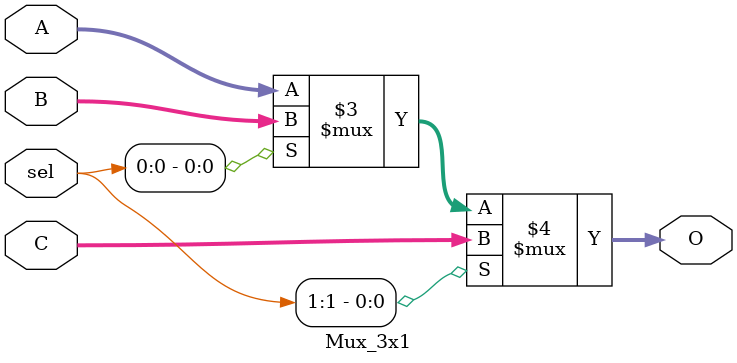
<source format=v>
`timescale 1ns / 1ps

module Mux_3x1(
    input [63:0] A, B, C,
    input [1:0] sel,
    output [63:0] O
    );
    assign O = (sel[1] == 1) ? C : ((sel[0] == 1) ? B : A);
endmodule

</source>
